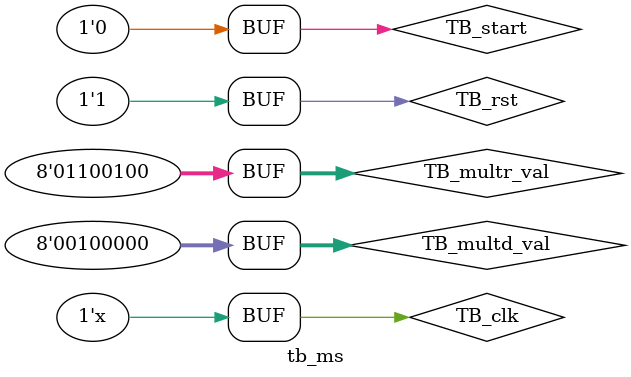
<source format=sv>
module tb_ms#(
	parameter DW = 8 
	)();
	bit 			TB_clk =0;
	bit 			TB_rst;
	bit 			TB_start;
	logic  [DW-1:0] TB_multd_val; //[DW-1:0]
	logic  [DW-1:0] TB_multr_val; //[DW-1:0]

	logic [15:0]	TB_rc;
	logic 	 TB_stop;

	ms TOP(
		.i_clk 		(TB_clk),
		.i_rst 		(TB_rst),
		.i_start 	(TB_start),
		.i_multd_val(TB_multd_val), //[DW-1:0]
		.i_multr_val(TB_multr_val), //[DW-1:0]

		.o_rc 		(TB_rc),
		.o_stop 	(TB_stop)
	);

	always #1 TB_clk <= ~TB_clk;

	initial begin
	    TB_rst    	 = 0;       #2;
	    TB_rst   	 = 1;       #3;

	    TB_multd_val = 120; 	
	    TB_multr_val = 10; 		#4;
 
	    TB_start 	 = 1;       #2;
	    TB_start  	 = 0;       #20;


	    TB_multd_val = 20; 	
	    TB_multr_val = 12; 		#4;
 
	    TB_start 	 = 1;       #2;
	    TB_start  	 = 0;       #20;


	    TB_multd_val = 32; 	
	    TB_multr_val = 100; 	#4;
 
	    TB_start 	 = 1;       #2;
	    TB_start  	 = 0;       #20;
	end



endmodule // tb_ms
</source>
